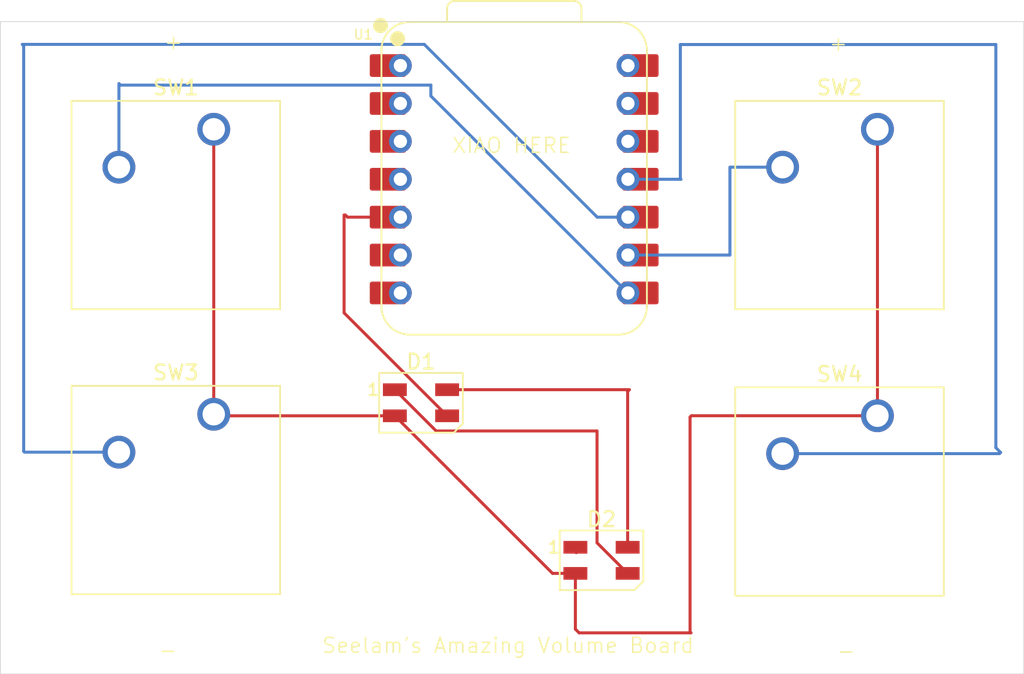
<source format=kicad_pcb>
(kicad_pcb (version 20241229) (generator "pcbnew") (generator_version "9.0")
  (layers (0 "F.Cu" signal) (2 "B.Cu" signal) (13 "F.Paste" user) (15 "B.Paste" user) (5 "F.SilkS" user "F.Silkscreen") (7 "B.SilkS" user "B.Silkscreen") (1 "F.Mask" user) (3 "B.Mask" user) (25 "Edge.Cuts" user))
  (net 0 "")
  (net 1 "Net-(D1-DOUT)")
  (net 2 "+5V")
  (net 3 "Net-(D1-DIN)")
  (net 4 "GND")
  (net 5 "unconnected-(D2-DOUT-Pad1)")
  (net 6 "Net-(U1-GPIO1{slash}RX)")
  (net 7 "Net-(U1-GPIO2{slash}SCK)")
  (net 8 "Net-(U1-GPIO4{slash}MISO)")
  (net 9 "Net-(U1-GPIO3{slash}MOSI)")
  (footprint "Button_Switch_Keyboard:SW_Cherry_MX_1.00u_PCB" (layer "F.Cu") (at 115.89 135.09)
    (property "Reference" "SW4" (at -2.54 -2.794 0) (layer "F.SilkS"))
    (property "Value" "SW_Push")
    (fp_line (start -9.525 -1.905) (end 4.445 -1.905) (stroke (width 0.12)) (layer "F.SilkS"))
    (fp_line (start -9.525 12.065) (end -9.525 -1.905) (stroke (width 0.12)) (layer "F.SilkS"))
    (fp_line (start 4.445 -1.905) (end 4.445 12.065) (stroke (width 0.12)) (layer "F.SilkS"))
    (fp_line (start 4.445 12.065) (end -9.525 12.065) (stroke (width 0.12)) (layer "F.SilkS"))
    (pad "" np_thru_hole circle (at -7.62 5.08) (size 1.7 1.7) (drill 1.7) (layers "*.Cu" "*.Mask"))
    (pad "" np_thru_hole circle (at -2.54 5.08) (size 4 4) (drill 4) (layers "*.Cu" "*.Mask"))
    (pad "" np_thru_hole circle (at 2.54 5.08) (size 1.7 1.7) (drill 1.7) (layers "*.Cu" "*.Mask"))
    (pad "1" thru_hole circle (at 0 0) (size 2.2 2.2) (drill 1.5) (layers "*.Cu" "*.Mask") (net 4 "GND"))
    (pad "2" thru_hole circle (at -6.35 2.54) (size 2.2 2.2) (drill 1.5) (layers "*.Cu" "*.Mask") (net 9 "Net-(U1-GPIO3{slash}MOSI)"))
  )
  (footprint "LED_SMD:LED_SK6812MINI_PLCC4_3.5x3.5mm_P1.75mm" (layer "F.Cu") (at 85.32 134.22)
    (property "Reference" "D1" (at 0 -2.75 0) (layer "F.SilkS"))
    (property "Value" "SK6812MINI")
    (fp_line (start -2.8 -2) (end -2.8 2) (stroke (width 0.12)) (layer "F.SilkS"))
    (fp_line (start -2.8 -2) (end 2.8 -2) (stroke (width 0.12)) (layer "F.SilkS"))
    (fp_line (start -2.8 2) (end 2.2 2) (stroke (width 0.12)) (layer "F.SilkS"))
    (fp_line (start 2.8 1.4) (end 2.2 2) (stroke (width 0.12)) (layer "F.SilkS"))
    (fp_line (start 2.8 1.4) (end 2.8 -2) (stroke (width 0.12)) (layer "F.SilkS"))
    (fp_text user "1" (at -3.2 -0.875 0) (layer "F.SilkS") (effects (font (size 0.8 0.8))))
    (pad "1" smd rect (at -1.75 -0.875) (size 1.6 0.85) (layers "F.Cu" "F.Mask" "F.Paste") (net 1 "Net-(D1-DOUT)"))
    (pad "2" smd rect (at -1.75 0.875) (size 1.6 0.85) (layers "F.Cu" "F.Mask" "F.Paste") (net 4 "GND"))
    (pad "3" smd rect (at 1.75 0.875) (size 1.6 0.85) (layers "F.Cu" "F.Mask" "F.Paste") (net 3 "Net-(D1-DIN)"))
    (pad "4" smd rect (at 1.75 -0.875) (size 1.6 0.85) (layers "F.Cu" "F.Mask" "F.Paste") (net 2 "+5V"))
  )
  (footprint "Button_Switch_Keyboard:SW_Cherry_MX_1.00u_PCB" (layer "F.Cu") (at 71.44 134.99)
    (property "Reference" "SW3" (at -2.54 -2.794 0) (layer "F.SilkS"))
    (property "Value" "SW_Push")
    (fp_line (start -9.525 -1.905) (end 4.445 -1.905) (stroke (width 0.12)) (layer "F.SilkS"))
    (fp_line (start -9.525 12.065) (end -9.525 -1.905) (stroke (width 0.12)) (layer "F.SilkS"))
    (fp_line (start 4.445 -1.905) (end 4.445 12.065) (stroke (width 0.12)) (layer "F.SilkS"))
    (fp_line (start 4.445 12.065) (end -9.525 12.065) (stroke (width 0.12)) (layer "F.SilkS"))
    (pad "" np_thru_hole circle (at -7.62 5.08) (size 1.7 1.7) (drill 1.7) (layers "*.Cu" "*.Mask"))
    (pad "" np_thru_hole circle (at -2.54 5.08) (size 4 4) (drill 4) (layers "*.Cu" "*.Mask"))
    (pad "" np_thru_hole circle (at 2.54 5.08) (size 1.7 1.7) (drill 1.7) (layers "*.Cu" "*.Mask"))
    (pad "1" thru_hole circle (at 0 0) (size 2.2 2.2) (drill 1.5) (layers "*.Cu" "*.Mask") (net 4 "GND"))
    (pad "2" thru_hole circle (at -6.35 2.54) (size 2.2 2.2) (drill 1.5) (layers "*.Cu" "*.Mask") (net 8 "Net-(U1-GPIO4{slash}MISO)"))
  )
  (footprint "OPL:XIAO-RP2040-DIP" (layer "F.Cu") (at 91.56 119.24)
    (property "Reference" "U1" (at -10.11 -9.7 0) (layer "F.SilkS") (effects (font (size 0.635 0.635) (thickness 0.1016))))
    (property "Value" "XIAO-RP2040-DIP")
    (fp_line (start -8.89 8.509) (end -8.89 -8.636) (stroke (width 0.127)) (layer "F.SilkS"))
    (fp_line (start -6.985 10.414) (end 6.985 10.414) (stroke (width 0.127)) (layer "F.SilkS"))
    (fp_line (start -4.495 -10.541) (end -4.491272 -11.451272) (stroke (width 0.127)) (layer "F.SilkS"))
    (fp_line (start -3.991272 -11.951) (end 4.004 -11.951) (stroke (width 0.127)) (layer "F.SilkS"))
    (fp_line (start 4.504 -11.451) (end 4.504 -10.541) (stroke (width 0.127)) (layer "F.SilkS"))
    (fp_line (start 6.985 -10.541) (end -6.985 -10.541) (stroke (width 0.1)) (layer "F.SilkS"))
    (fp_line (start 6.985 -10.541) (end -6.985 -10.541) (stroke (width 0.127)) (layer "F.SilkS"))
    (fp_line (start 8.89 8.509) (end 8.89 -8.636) (stroke (width 0.127)) (layer "F.SilkS"))
    (fp_arc (start -8.89 -8.636) (mid -8.332038 -9.983038) (end -6.985 -10.541) (stroke (width 0.127)) (layer "F.SilkS"))
    (fp_arc (start -6.985 10.414) (mid -8.332038 9.856038) (end -8.89 8.509) (stroke (width 0.127)) (layer "F.SilkS"))
    (fp_arc (start -4.491272 -11.451272) (mid -4.344728 -11.80464) (end -3.991272 -11.951) (stroke (width 0.127)) (layer "F.SilkS"))
    (fp_arc (start 4.004 -11.951) (mid 4.357553 -11.804553) (end 4.504 -11.451) (stroke (width 0.127)) (layer "F.SilkS"))
    (fp_arc (start 6.985 -10.541) (mid 8.332038 -9.983038) (end 8.89 -8.636) (stroke (width 0.127)) (layer "F.SilkS"))
    (fp_arc (start 8.89 8.509) (mid 8.332038 9.856038) (end 6.985 10.414) (stroke (width 0.127)) (layer "F.SilkS"))
    (fp_circle (center -8.95 -10.3) (end -8.95 -10.554) (stroke (width 0.5)) (fill yes) (layer "F.SilkS"))
    (fp_circle (center -7.807 -9.42) (end -7.807 -9.674) (stroke (width 0.5)) (fill yes) (layer "F.SilkS"))
    (pad "1" smd roundrect (at -8.455 -7.62 180) (size 2.432 1.524) (layers "F.Cu" "F.Mask") (roundrect_rratio 0.1))
    (pad "1" thru_hole circle (at -7.62 -7.62 180) (size 1.524 1.524) (drill 0.889) (layers "*.Cu" "*.Mask"))
    (pad "2" smd roundrect (at -8.455 -5.08 180) (size 2.432 1.524) (layers "F.Cu" "F.Mask") (roundrect_rratio 0.1))
    (pad "2" thru_hole circle (at -7.62 -5.08 180) (size 1.524 1.524) (drill 0.889) (layers "*.Cu" "*.Mask"))
    (pad "3" smd roundrect (at -8.455 -2.54 180) (size 2.432 1.524) (layers "F.Cu" "F.Mask") (roundrect_rratio 0.1))
    (pad "3" thru_hole circle (at -7.62 -2.54 180) (size 1.524 1.524) (drill 0.889) (layers "*.Cu" "*.Mask"))
    (pad "4" smd roundrect (at -8.455 0 180) (size 2.432 1.524) (layers "F.Cu" "F.Mask") (roundrect_rratio 0.1))
    (pad "4" thru_hole circle (at -7.62 0 180) (size 1.524 1.524) (drill 0.889) (layers "*.Cu" "*.Mask"))
    (pad "5" smd roundrect (at -8.455 2.54 180) (size 2.432 1.524) (layers "F.Cu" "F.Mask") (roundrect_rratio 0.1) (net 3 "Net-(D1-DIN)"))
    (pad "5" thru_hole circle (at -7.62 2.54 180) (size 1.524 1.524) (drill 0.889) (layers "*.Cu" "*.Mask") (net 3 "Net-(D1-DIN)"))
    (pad "6" smd roundrect (at -8.455 5.08 180) (size 2.432 1.524) (layers "F.Cu" "F.Mask") (roundrect_rratio 0.1))
    (pad "6" thru_hole circle (at -7.62 5.08 180) (size 1.524 1.524) (drill 0.889) (layers "*.Cu" "*.Mask"))
    (pad "7" smd roundrect (at -8.455 7.62 180) (size 2.432 1.524) (layers "F.Cu" "F.Mask") (roundrect_rratio 0.1))
    (pad "7" thru_hole circle (at -7.62 7.62 180) (size 1.524 1.524) (drill 0.889) (layers "*.Cu" "*.Mask"))
    (pad "8" thru_hole circle (at 7.62 7.62) (size 1.524 1.524) (drill 0.889) (layers "*.Cu" "*.Mask") (net 6 "Net-(U1-GPIO1{slash}RX)"))
    (pad "8" smd roundrect (at 8.455 7.62) (size 2.432 1.524) (layers "F.Cu" "F.Mask") (roundrect_rratio 0.1) (net 6 "Net-(U1-GPIO1{slash}RX)"))
    (pad "9" thru_hole circle (at 7.62 5.08) (size 1.524 1.524) (drill 0.889) (layers "*.Cu" "*.Mask") (net 7 "Net-(U1-GPIO2{slash}SCK)"))
    (pad "9" smd roundrect (at 8.455 5.08) (size 2.432 1.524) (layers "F.Cu" "F.Mask") (roundrect_rratio 0.1) (net 7 "Net-(U1-GPIO2{slash}SCK)"))
    (pad "10" thru_hole circle (at 7.62 2.54) (size 1.524 1.524) (drill 0.889) (layers "*.Cu" "*.Mask") (net 8 "Net-(U1-GPIO4{slash}MISO)"))
    (pad "10" smd roundrect (at 8.455 2.54) (size 2.432 1.524) (layers "F.Cu" "F.Mask") (roundrect_rratio 0.1) (net 8 "Net-(U1-GPIO4{slash}MISO)"))
    (pad "11" thru_hole circle (at 7.62 0) (size 1.524 1.524) (drill 0.889) (layers "*.Cu" "*.Mask") (net 9 "Net-(U1-GPIO3{slash}MOSI)"))
    (pad "11" smd roundrect (at 8.455 0) (size 2.432 1.524) (layers "F.Cu" "F.Mask") (roundrect_rratio 0.1) (net 9 "Net-(U1-GPIO3{slash}MOSI)"))
    (pad "12" thru_hole circle (at 7.62 -2.54) (size 1.524 1.524) (drill 0.889) (layers "*.Cu" "*.Mask"))
    (pad "12" smd roundrect (at 8.455 -2.54) (size 2.432 1.524) (layers "F.Cu" "F.Mask") (roundrect_rratio 0.1))
    (pad "13" thru_hole circle (at 7.62 -5.08) (size 1.524 1.524) (drill 0.889) (layers "*.Cu" "*.Mask"))
    (pad "13" smd roundrect (at 8.455 -5.08) (size 2.432 1.524) (layers "F.Cu" "F.Mask") (roundrect_rratio 0.1))
    (pad "14" thru_hole circle (at 7.62 -7.62) (size 1.524 1.524) (drill 0.889) (layers "*.Cu" "*.Mask"))
    (pad "14" smd roundrect (at 8.455 -7.62) (size 2.432 1.524) (layers "F.Cu" "F.Mask") (roundrect_rratio 0.1))
  )
  (footprint "LED_SMD:LED_SK6812MINI_PLCC4_3.5x3.5mm_P1.75mm" (layer "F.Cu") (at 97.41 144.78)
    (property "Reference" "D2" (at 0 -2.75 0) (layer "F.SilkS"))
    (property "Value" "SK6812MINI")
    (fp_line (start -2.8 -2) (end -2.8 2) (stroke (width 0.12)) (layer "F.SilkS"))
    (fp_line (start -2.8 -2) (end 2.8 -2) (stroke (width 0.12)) (layer "F.SilkS"))
    (fp_line (start -2.8 2) (end 2.2 2) (stroke (width 0.12)) (layer "F.SilkS"))
    (fp_line (start 2.8 1.4) (end 2.2 2) (stroke (width 0.12)) (layer "F.SilkS"))
    (fp_line (start 2.8 1.4) (end 2.8 -2) (stroke (width 0.12)) (layer "F.SilkS"))
    (fp_text user "1" (at -3.2 -0.875 0) (layer "F.SilkS") (effects (font (size 0.8 0.8))))
    (pad "1" smd rect (at -1.75 -0.875) (size 1.6 0.85) (layers "F.Cu" "F.Mask" "F.Paste") (net 5 "unconnected-(D2-DOUT-Pad1)"))
    (pad "2" smd rect (at -1.75 0.875) (size 1.6 0.85) (layers "F.Cu" "F.Mask" "F.Paste") (net 4 "GND"))
    (pad "3" smd rect (at 1.75 0.875) (size 1.6 0.85) (layers "F.Cu" "F.Mask" "F.Paste") (net 1 "Net-(D1-DOUT)"))
    (pad "4" smd rect (at 1.75 -0.875) (size 1.6 0.85) (layers "F.Cu" "F.Mask" "F.Paste") (net 2 "+5V"))
  )
  (footprint "Button_Switch_Keyboard:SW_Cherry_MX_1.00u_PCB" (layer "F.Cu") (at 115.89 115.89)
    (property "Reference" "SW2" (at -2.54 -2.794 0) (layer "F.SilkS"))
    (property "Value" "SW_Push")
    (fp_line (start -9.525 -1.905) (end 4.445 -1.905) (stroke (width 0.12)) (layer "F.SilkS"))
    (fp_line (start -9.525 12.065) (end -9.525 -1.905) (stroke (width 0.12)) (layer "F.SilkS"))
    (fp_line (start 4.445 -1.905) (end 4.445 12.065) (stroke (width 0.12)) (layer "F.SilkS"))
    (fp_line (start 4.445 12.065) (end -9.525 12.065) (stroke (width 0.12)) (layer "F.SilkS"))
    (pad "" np_thru_hole circle (at -7.62 5.08) (size 1.7 1.7) (drill 1.7) (layers "*.Cu" "*.Mask"))
    (pad "" np_thru_hole circle (at -2.54 5.08) (size 4 4) (drill 4) (layers "*.Cu" "*.Mask"))
    (pad "" np_thru_hole circle (at 2.54 5.08) (size 1.7 1.7) (drill 1.7) (layers "*.Cu" "*.Mask"))
    (pad "1" thru_hole circle (at 0 0) (size 2.2 2.2) (drill 1.5) (layers "*.Cu" "*.Mask") (net 4 "GND"))
    (pad "2" thru_hole circle (at -6.35 2.54) (size 2.2 2.2) (drill 1.5) (layers "*.Cu" "*.Mask") (net 7 "Net-(U1-GPIO2{slash}SCK)"))
  )
  (footprint "Button_Switch_Keyboard:SW_Cherry_MX_1.00u_PCB" (layer "F.Cu") (at 71.44 115.89)
    (property "Reference" "SW1" (at -2.54 -2.794 0) (layer "F.SilkS"))
    (property "Value" "SW_Push")
    (fp_line (start -9.525 -1.905) (end 4.445 -1.905) (stroke (width 0.12)) (layer "F.SilkS"))
    (fp_line (start -9.525 12.065) (end -9.525 -1.905) (stroke (width 0.12)) (layer "F.SilkS"))
    (fp_line (start 4.445 -1.905) (end 4.445 12.065) (stroke (width 0.12)) (layer "F.SilkS"))
    (fp_line (start 4.445 12.065) (end -9.525 12.065) (stroke (width 0.12)) (layer "F.SilkS"))
    (pad "" np_thru_hole circle (at -7.62 5.08) (size 1.7 1.7) (drill 1.7) (layers "*.Cu" "*.Mask"))
    (pad "" np_thru_hole circle (at -2.54 5.08) (size 4 4) (drill 4) (layers "*.Cu" "*.Mask"))
    (pad "" np_thru_hole circle (at 2.54 5.08) (size 1.7 1.7) (drill 1.7) (layers "*.Cu" "*.Mask"))
    (pad "1" thru_hole circle (at 0 0) (size 2.2 2.2) (drill 1.5) (layers "*.Cu" "*.Mask") (net 4 "GND"))
    (pad "2" thru_hole circle (at -6.35 2.54) (size 2.2 2.2) (drill 1.5) (layers "*.Cu" "*.Mask") (net 6 "Net-(U1-GPIO1{slash}RX)"))
  )
  (gr_rect (start 57.15 108.67625) (end 125.6925 152.4) (stroke (width 0.05)) (fill no) (layer "Edge.Cuts"))
  (gr_text "+" (at 112.59 110.72 0) (layer "F.SilkS") (effects (font (size 1 1) (thickness 0.1)) (justify left bottom)))
  (gr_text "XIAO HERE" (at 87.34 117.56 0) (layer "F.SilkS") (effects (font (size 1 1) (thickness 0.1)) (justify left bottom)))
  (gr_text "-" (at 67.69 151.39 0) (layer "F.SilkS") (effects (font (size 1 1) (thickness 0.1)) (justify left bottom)))
  (gr_text "-" (at 113.11 151.44 0) (layer "F.SilkS") (effects (font (size 1 1) (thickness 0.1)) (justify left bottom)))
  (gr_text "+" (at 68.06 110.62 0) (layer "F.SilkS") (effects (font (size 1 1) (thickness 0.1)) (justify left bottom)))
  (gr_text "Seelam's Amazing Volume Board" (at 78.63 151.07 0) (layer "F.SilkS") (effects (font (size 1 1) (thickness 0.1)) (justify left bottom)))
  (segment (start 97.11 143.605) (end 99.16 145.655) (width 0.2) (layer "F.Cu") (net 1))
  (segment (start 86.335 136.11) (end 97.11 136.11) (width 0.2) (layer "F.Cu") (net 1))
  (segment (start 83.57 133.345) (end 86.335 136.11) (width 0.2) (layer "F.Cu") (net 1))
  (segment (start 97.11 136.11) (end 97.11 143.605) (width 0.2) (layer "F.Cu") (net 1))
  (segment (start 99.16 133.46) (end 99.275 133.345) (width 0.2) (layer "F.Cu") (net 2))
  (segment (start 99.16 143.905) (end 99.16 133.46) (width 0.2) (layer "F.Cu") (net 2))
  (segment (start 99.275 133.345) (end 87.07 133.345) (width 0.2) (layer "F.Cu") (net 2))
  (segment (start 80.26 121.64) (end 80.4 121.78) (width 0.2) (layer "F.Cu") (net 3))
  (segment (start 80.17 128.195) (end 80.17 121.64) (width 0.2) (layer "F.Cu") (net 3))
  (segment (start 87.07 135.095) (end 80.17 128.195) (width 0.2) (layer "F.Cu") (net 3))
  (segment (start 80.4 121.78) (end 83.94 121.78) (width 0.2) (layer "F.Cu") (net 3))
  (segment (start 80.17 121.64) (end 80.26 121.64) (width 0.2) (layer "F.Cu") (net 3))
  (segment (start 71.545 135.095) (end 71.44 134.99) (width 0.2) (layer "F.Cu") (net 4))
  (segment (start 94.13 145.655) (end 83.57 135.095) (width 0.2) (layer "F.Cu") (net 4))
  (segment (start 83.57 135.095) (end 71.545 135.095) (width 0.2) (layer "F.Cu") (net 4))
  (segment (start 103.4 149.64) (end 95.91 149.64) (width 0.2) (layer "F.Cu") (net 4))
  (segment (start 95.91 149.64) (end 95.66 149.39) (width 0.2) (layer "F.Cu") (net 4))
  (segment (start 95.66 145.655) (end 94.13 145.655) (width 0.2) (layer "F.Cu") (net 4))
  (segment (start 71.44 134.99) (end 71.44 115.89) (width 0.2) (layer "F.Cu") (net 4))
  (segment (start 103.43 135.09) (end 103.34 135.18) (width 0.2) (layer "F.Cu") (net 4))
  (segment (start 115.89 115.89) (end 115.89 135.09) (width 0.2) (layer "F.Cu") (net 4))
  (segment (start 103.34 135.18) (end 103.34 149.58) (width 0.2) (layer "F.Cu") (net 4))
  (segment (start 115.89 135.09) (end 103.43 135.09) (width 0.2) (layer "F.Cu") (net 4))
  (segment (start 95.66 149.39) (end 95.66 145.655) (width 0.2) (layer "F.Cu") (net 4))
  (segment (start 103.34 149.58) (end 103.4 149.64) (width 0.2) (layer "F.Cu") (net 4))
  (segment (start 95.66 143.905) (end 95.66 144.21) (width 0.2) (layer "F.Cu") (net 5))
  (segment (start 95.66 144.21) (end 95.72 144.27) (width 0.2) (layer "F.Cu") (net 5))
  (segment (start 85.98 112.93) (end 85.98 113.66) (width 0.2) (layer "B.Cu") (net 6))
  (segment (start 85.98 113.66) (end 99.18 126.86) (width 0.2) (layer "B.Cu") (net 6))
  (segment (start 65.19 112.93) (end 85.98 112.93) (width 0.2) (layer "B.Cu") (net 6))
  (segment (start 65.09 112.83) (end 65.19 112.93) (width 0.2) (layer "B.Cu") (net 6))
  (segment (start 65.09 118.43) (end 65.09 112.83) (width 0.2) (layer "B.Cu") (net 6))
  (segment (start 109.54 118.43) (end 106.02 118.43) (width 0.2) (layer "B.Cu") (net 7))
  (segment (start 106.01 118.44) (end 106.01 124.32) (width 0.2) (layer "B.Cu") (net 7))
  (segment (start 106.01 124.32) (end 99.18 124.32) (width 0.2) (layer "B.Cu") (net 7))
  (segment (start 106.02 118.43) (end 106.01 118.44) (width 0.2) (layer "B.Cu") (net 7))
  (segment (start 58.71 137.47) (end 58.71 110.29) (width 0.2) (layer "B.Cu") (net 8))
  (segment (start 97.12 121.78) (end 99.18 121.78) (width 0.2) (layer "B.Cu") (net 8))
  (segment (start 85.54 110.2) (end 97.12 121.78) (width 0.2) (layer "B.Cu") (net 8))
  (segment (start 58.71 110.29) (end 58.62 110.2) (width 0.2) (layer "B.Cu") (net 8))
  (segment (start 65.09 137.53) (end 58.77 137.53) (width 0.2) (layer "B.Cu") (net 8))
  (segment (start 58.62 110.2) (end 85.54 110.2) (width 0.2) (layer "B.Cu") (net 8))
  (segment (start 58.77 137.53) (end 58.71 137.47) (width 0.2) (layer "B.Cu") (net 8))
  (segment (start 102.69 119.2) (end 102.73 119.24) (width 0.2) (layer "B.Cu") (net 9))
  (segment (start 123.82 137.23) (end 123.82 110.21) (width 0.2) (layer "B.Cu") (net 9))
  (segment (start 124.14 137.55) (end 123.82 137.23) (width 0.2) (layer "B.Cu") (net 9))
  (segment (start 109.54 137.63) (end 124.06 137.63) (width 0.2) (layer "B.Cu") (net 9))
  (segment (start 124.06 137.63) (end 124.14 137.55) (width 0.2) (layer "B.Cu") (net 9))
  (segment (start 102.73 119.24) (end 99.18 119.24) (width 0.2) (layer "B.Cu") (net 9))
  (segment (start 123.82 110.21) (end 102.69 110.21) (width 0.2) (layer "B.Cu") (net 9))
  (segment (start 102.69 110.21) (end 102.69 119.2) (width 0.2) (layer "B.Cu") (net 9))
)
</source>
